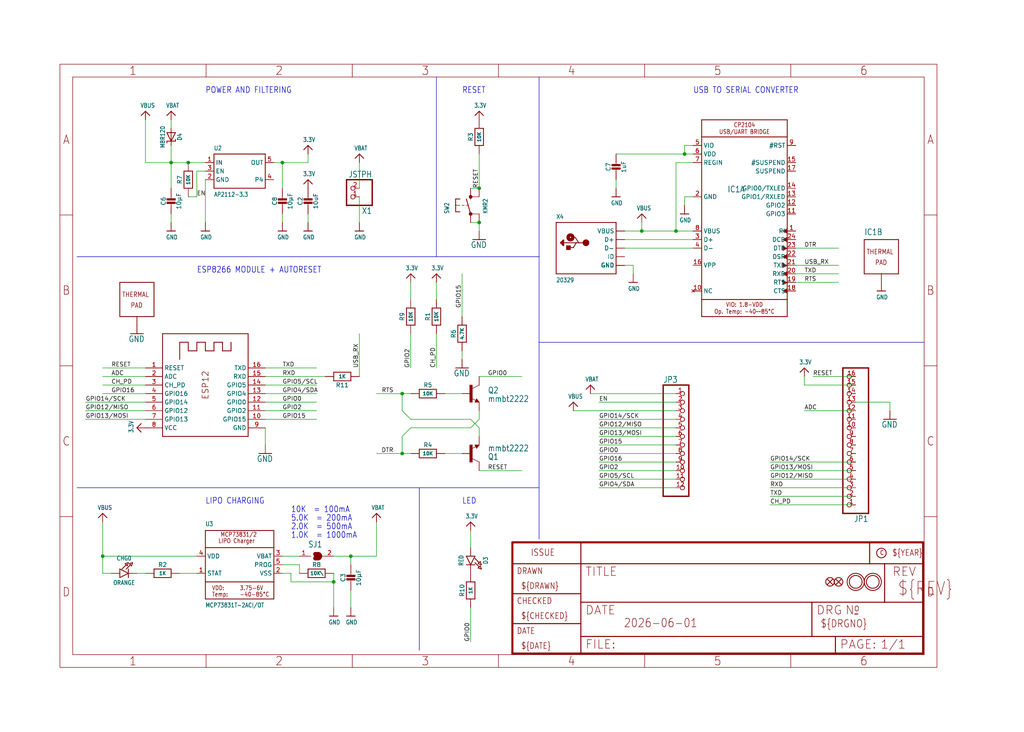
<source format=kicad_sch>
(kicad_sch (version 20230121) (generator eeschema)
  (paper "User" 303.962 217.322)
  (lib_symbols
    (symbol "working-eagle-import:3.3V" (power)
      (property "Value" "3.3V" (at -1.524 1.016 0))
      (symbol "3.3V_1_0"
        (pin power_in line (at 0 -2.54 90) (length 2.54) (name "3.3V") (number "1"))
      )
    )
    (symbol "working-eagle-import:CAP_CERAMIC0603_NO"
      (property "Reference" "C" (at -2.29 1.25 90))
      (symbol "CAP_CERAMIC0603_NO_1_0"
        (pin passive line (at 0 5.08 270) (length 2.54) (name "1") (number "1"))
        (pin passive line (at 0 -2.54 90) (length 2.54) (name "2") (number "2"))
      )
    )
    (symbol "working-eagle-import:CAP_CERAMIC0805-NOOUTLINE"
      (property "Reference" "C" (at -2.29 1.25 90))
      (symbol "CAP_CERAMIC0805-NOOUTLINE_1_0"
        (pin passive line (at 0 5.08 270) (length 2.54) (name "1") (number "1"))
        (pin passive line (at 0 -2.54 90) (length 2.54) (name "2") (number "2"))
      )
    )
    (symbol "working-eagle-import:CON_JST_PH_2PIN"
      (property "Reference" "X" (at -6.35 5.715 0))
      (symbol "CON_JST_PH_2PIN_1_0"
        (pin passive inverted (at -2.54 2.54 0) (length 2.54) (name "1") (number "1"))
        (pin passive inverted (at -2.54 0 0) (length 2.54) (name "2") (number "2"))
      )
    )
    (symbol "working-eagle-import:CP2104"
      (property "Reference" "U" (at -5.08 6.35 0))
      (symbol "CP2104_1_0"
        (text "CP2104\nUSB/UART BRIDGE" (at 0 25.4 0) (effects (font (size 1.27 1.0795))))
        (text "VIO: 1.8-VDD\nOp. Temp: -40~~85°C" (at 0 -27.94 0) (effects (font (size 1.27 1.0795))))
        (pin input line (at 15.24 -5.08 180) (length 2.54) (name "RI") (number "1"))
        (pin no_connect line (at -15.24 -22.86 0) (length 2.54) (name "NC") (number "10"))
        (pin bidirectional line (at 15.24 0 180) (length 2.54) (name "GPIO3") (number "11"))
        (pin bidirectional line (at 15.24 2.54 180) (length 2.54) (name "GPIO2") (number "12"))
        (pin bidirectional line (at 15.24 5.08 180) (length 2.54) (name "GPIO1/RXLED") (number "13"))
        (pin bidirectional line (at 15.24 7.62 180) (length 2.54) (name "GPIO0/TXLED") (number "14"))
        (pin output line (at 15.24 15.24 180) (length 2.54) (name "#SUSPEND") (number "15"))
        (pin bidirectional line (at -15.24 -15.24 0) (length 2.54) (name "VPP") (number "16"))
        (pin output line (at 15.24 12.7 180) (length 2.54) (name "SUSPEND") (number "17"))
        (pin input line (at 15.24 -22.86 180) (length 2.54) (name "CTS") (number "18"))
        (pin output line (at 15.24 -20.32 180) (length 2.54) (name "RTS") (number "19"))
        (pin power_in line (at -15.24 5.08 0) (length 2.54) (name "GND") (number "2"))
        (pin input line (at 15.24 -17.78 180) (length 2.54) (name "RXD") (number "20"))
        (pin output line (at 15.24 -15.24 180) (length 2.54) (name "TXD") (number "21"))
        (pin input line (at 15.24 -12.7 180) (length 2.54) (name "DSR") (number "22"))
        (pin output line (at 15.24 -10.16 180) (length 2.54) (name "DTR") (number "23"))
        (pin input line (at 15.24 -7.62 180) (length 2.54) (name "DCD") (number "24"))
        (pin bidirectional line (at -15.24 -7.62 0) (length 2.54) (name "D+") (number "3"))
        (pin bidirectional line (at -15.24 -10.16 0) (length 2.54) (name "D-") (number "4"))
        (pin power_in line (at -15.24 20.32 0) (length 2.54) (name "VIO") (number "5"))
        (pin power_in line (at -15.24 17.78 0) (length 2.54) (name "VDD") (number "6"))
        (pin power_in line (at -15.24 15.24 0) (length 2.54) (name "REGIN") (number "7"))
        (pin power_in line (at -15.24 -5.08 0) (length 2.54) (name "VBUS") (number "8"))
        (pin bidirectional line (at 15.24 20.32 180) (length 2.54) (name "#RST") (number "9"))
      )
      (symbol "CP2104_2_0"
        (text "PAD" (at -1.905 -2.54 0) (effects (font (size 1.4224 1.209)) (justify left bottom)))
        (text "THERMAL" (at -4.445 0.635 0) (effects (font (size 1.4224 1.209)) (justify left bottom)))
        (pin power_in line (at 0 -7.62 90) (length 2.54) (name "TP") (number "THERM"))
      )
    )
    (symbol "working-eagle-import:DIODE-SCHOTTKYSOD-123"
      (property "Reference" "D" (at 0 2.54 0))
      (symbol "DIODE-SCHOTTKYSOD-123_1_0"
        (pin passive line (at -2.54 0 0) (length 2.54) (name "A") (number "A"))
        (pin passive line (at 2.54 0 180) (length 2.54) (name "C") (number "C"))
      )
    )
    (symbol "working-eagle-import:ESP-12S"
      (symbol "ESP-12S_1_0"
        (text "ESP12" (at 0 0 900) (effects (font (size 1.778 1.778))))
        (pin input line (at -17.78 5.08 0) (length 5.08) (name "RESET") (number "1"))
        (pin bidirectional line (at 17.78 -10.16 180) (length 5.08) (name "GPIO15") (number "10"))
        (pin bidirectional line (at 17.78 -7.62 180) (length 5.08) (name "GPIO2") (number "11"))
        (pin bidirectional line (at 17.78 -5.08 180) (length 5.08) (name "GPIO0") (number "12"))
        (pin bidirectional line (at 17.78 -2.54 180) (length 5.08) (name "GPIO4") (number "13"))
        (pin bidirectional line (at 17.78 0 180) (length 5.08) (name "GPIO5") (number "14"))
        (pin input line (at 17.78 2.54 180) (length 5.08) (name "RXD") (number "15"))
        (pin output line (at 17.78 5.08 180) (length 5.08) (name "TXD") (number "16"))
        (pin passive line (at -17.78 2.54 0) (length 5.08) (name "ADC") (number "2"))
        (pin input line (at -17.78 0 0) (length 5.08) (name "CH_PD") (number "3"))
        (pin bidirectional line (at -17.78 -2.54 0) (length 5.08) (name "GPIO16") (number "4"))
        (pin bidirectional line (at -17.78 -5.08 0) (length 5.08) (name "GPIO14") (number "5"))
        (pin bidirectional line (at -17.78 -7.62 0) (length 5.08) (name "GPIO12") (number "6"))
        (pin bidirectional line (at -17.78 -10.16 0) (length 5.08) (name "GPIO13") (number "7"))
        (pin power_in line (at -17.78 -12.7 0) (length 5.08) (name "VCC") (number "8"))
        (pin power_in line (at 17.78 -12.7 180) (length 5.08) (name "GND") (number "9"))
      )
      (symbol "ESP-12S_2_0"
        (text "PAD" (at -1.905 -2.54 0) (effects (font (size 1.4224 1.209)) (justify left bottom)))
        (text "THERMAL" (at -4.445 0.635 0) (effects (font (size 1.4224 1.209)) (justify left bottom)))
        (pin power_in line (at 0 -7.62 90) (length 2.54) (name "TP") (number "P$1"))
      )
    )
    (symbol "working-eagle-import:FIDUCIAL_1MM")
    (symbol "working-eagle-import:FRAME_A4"
      (symbol "FRAME_A4_1_0"
        (text "1" (at 21.6958 1.905 0) (effects (font (size 2.54 2.286))))
        (text "1" (at 21.6958 177.165 0) (effects (font (size 2.54 2.286))))
        (text "2" (at 65.0875 1.905 0) (effects (font (size 2.54 2.286))))
        (text "2" (at 65.0875 177.165 0) (effects (font (size 2.54 2.286))))
        (text "3" (at 108.4792 1.905 0) (effects (font (size 2.54 2.286))))
        (text "3" (at 108.4792 177.165 0) (effects (font (size 2.54 2.286))))
        (text "4" (at 151.8708 1.905 0) (effects (font (size 2.54 2.286))))
        (text "4" (at 151.8708 177.165 0) (effects (font (size 2.54 2.286))))
        (text "5" (at 195.2625 1.905 0) (effects (font (size 2.54 2.286))))
        (text "5" (at 195.2625 177.165 0) (effects (font (size 2.54 2.286))))
        (text "6" (at 238.6542 1.905 0) (effects (font (size 2.54 2.286))))
        (text "6" (at 238.6542 177.165 0) (effects (font (size 2.54 2.286))))
        (text "A" (at 1.905 156.6863 0) (effects (font (size 2.54 2.286))))
        (text "A" (at 258.445 156.6863 0) (effects (font (size 2.54 2.286))))
        (text "B" (at 1.905 111.9188 0) (effects (font (size 2.54 2.286))))
        (text "B" (at 258.445 111.9188 0) (effects (font (size 2.54 2.286))))
        (text "C" (at 1.905 67.1513 0) (effects (font (size 2.54 2.286))))
        (text "C" (at 258.445 67.1513 0) (effects (font (size 2.54 2.286))))
        (text "D" (at 1.905 22.3838 0) (effects (font (size 2.54 2.286))))
        (text "D" (at 258.445 22.3838 0) (effects (font (size 2.54 2.286))))
      )
      (symbol "FRAME_A4_2_0"
        (text "${#}/${##}" (at 108.9152 2.8448 0) (effects (font (size 2.54 2.54)) (justify left bottom)))
        (text "${CHECKED}" (at 2.2352 11.7348 0) (effects (font (size 1.778 1.5113)) (justify left bottom)))
        (text "${COMPANY}" (at 23.349 29.6735 0) (effects (font (size 3.175 2.6987) (thickness 0.5397) bold) (justify left bottom)))
        (text "${CURRENT_DATE}" (at 32.7152 9.1948 0) (effects (font (size 2.54 2.159)) (justify left bottom)))
        (text "${DATE}" (at 2.2352 2.8448 0) (effects (font (size 1.778 1.5113)) (justify left bottom)))
        (text "${DRAWN}" (at 2.2352 20.6248 0) (effects (font (size 1.778 1.5113)) (justify left bottom)))
        (text "${DRGNO}" (at 91.1352 9.1948 0) (effects (font (size 2.1844 1.8567)) (justify left bottom)))
        (text "${PROJECTNAME}" (at 33.0327 2.8448 0) (effects (font (size 2.54 2.159)) (justify left bottom)))
        (text "${REV}" (at 113.9952 18.7198 0) (effects (font (size 3.81 3.2385)) (justify left bottom)))
        (text "${YEAR}" (at 112.4077 30.4673 0) (effects (font (size 1.778 1.5113)) (justify left bottom)))
        (text "C" (at 108.7564 30.7848 0) (effects (font (size 1.27 1.0795)) (justify left bottom)))
        (text "CHECKED" (at 0.9652 16.1798 0) (effects (font (size 1.778 1.5113)) (justify left bottom)))
        (text "DATE" (at 0.9652 7.2898 0) (effects (font (size 1.778 1.5113)) (justify left bottom)))
        (text "DATE" (at 21.2852 13.0048 0) (effects (font (size 2.54 2.54)) (justify left bottom)))
        (text "DRAWN" (at 0.9652 25.0698 0) (effects (font (size 1.778 1.5113)) (justify left bottom)))
        (text "DRG" (at 89.8652 13.0048 0) (effects (font (size 2.54 2.54)) (justify left bottom)))
        (text "FILE:" (at 21.2852 2.8448 0) (effects (font (size 2.54 2.54)) (justify left bottom)))
        (text "ISSUE" (at 5.0927 30.4673 0) (effects (font (size 1.9304 1.6408)) (justify left bottom)))
        (text "N" (at 98.4377 13.0048 0) (effects (font (size 2.54 2.54)) (justify left bottom)))
        (text "o" (at 100.9777 13.9573 0) (effects (font (size 2.1844 1.8567)) (justify left bottom)))
        (text "PAGE:" (at 96.8502 2.8448 0) (effects (font (size 2.54 2.54)) (justify left bottom)))
        (text "REV" (at 112.4077 24.4348 0) (effects (font (size 2.54 2.54)) (justify left bottom)))
        (text "TITLE" (at 21.2852 24.4348 0) (effects (font (size 2.54 2.54)) (justify left bottom)))
      )
    )
    (symbol "working-eagle-import:GND" (power)
      (property "Value" "GND" (at -1.524 -2.54 0))
      (symbol "GND_1_0"
        (pin power_in line (at 0 2.54 270) (length 2.54) (name "GND") (number "1"))
      )
    )
    (symbol "working-eagle-import:HEADER-1X12"
      (property "Reference" "JP" (at -6.35 18.415 0))
      (symbol "HEADER-1X12_1_0"
        (pin passive inverted (at -2.54 15.24 0) (length 2.54) (name "1") (number "1"))
        (pin passive inverted (at -2.54 -7.62 0) (length 2.54) (name "10") (number "10"))
        (pin passive inverted (at -2.54 -10.16 0) (length 2.54) (name "11") (number "11"))
        (pin passive inverted (at -2.54 -12.7 0) (length 2.54) (name "12") (number "12"))
        (pin passive inverted (at -2.54 12.7 0) (length 2.54) (name "2") (number "2"))
        (pin passive inverted (at -2.54 10.16 0) (length 2.54) (name "3") (number "3"))
        (pin passive inverted (at -2.54 7.62 0) (length 2.54) (name "4") (number "4"))
        (pin passive inverted (at -2.54 5.08 0) (length 2.54) (name "5") (number "5"))
        (pin passive inverted (at -2.54 2.54 0) (length 2.54) (name "6") (number "6"))
        (pin passive inverted (at -2.54 0 0) (length 2.54) (name "7") (number "7"))
        (pin passive inverted (at -2.54 -2.54 0) (length 2.54) (name "8") (number "8"))
        (pin passive inverted (at -2.54 -5.08 0) (length 2.54) (name "9") (number "9"))
      )
    )
    (symbol "working-eagle-import:HEADER-1X16ROUND"
      (property "Reference" "JP" (at -6.35 20.955 0))
      (symbol "HEADER-1X16ROUND_1_0"
        (pin passive inverted (at -2.54 17.78 0) (length 2.54) (name "1") (number "1"))
        (pin passive inverted (at -2.54 -5.08 0) (length 2.54) (name "10") (number "10"))
        (pin passive inverted (at -2.54 -7.62 0) (length 2.54) (name "11") (number "11"))
        (pin passive inverted (at -2.54 -10.16 0) (length 2.54) (name "12") (number "12"))
        (pin passive inverted (at -2.54 -12.7 0) (length 2.54) (name "13") (number "13"))
        (pin passive inverted (at -2.54 -15.24 0) (length 2.54) (name "14") (number "14"))
        (pin passive inverted (at -2.54 -17.78 0) (length 2.54) (name "15") (number "15"))
        (pin passive inverted (at -2.54 -20.32 0) (length 2.54) (name "16") (number "16"))
        (pin passive inverted (at -2.54 15.24 0) (length 2.54) (name "2") (number "2"))
        (pin passive inverted (at -2.54 12.7 0) (length 2.54) (name "3") (number "3"))
        (pin passive inverted (at -2.54 10.16 0) (length 2.54) (name "4") (number "4"))
        (pin passive inverted (at -2.54 7.62 0) (length 2.54) (name "5") (number "5"))
        (pin passive inverted (at -2.54 5.08 0) (length 2.54) (name "6") (number "6"))
        (pin passive inverted (at -2.54 2.54 0) (length 2.54) (name "7") (number "7"))
        (pin passive inverted (at -2.54 0 0) (length 2.54) (name "8") (number "8"))
        (pin passive inverted (at -2.54 -2.54 0) (length 2.54) (name "9") (number "9"))
      )
    )
    (symbol "working-eagle-import:LED0805_NOOUTLINE"
      (property "Reference" "D" (at -1.27 4.445 0))
      (symbol "LED0805_NOOUTLINE_1_0"
        (pin passive line (at -5.08 0 0) (length 2.54) (name "A") (number "A"))
        (pin passive line (at 2.54 0 180) (length 2.54) (name "C") (number "C"))
      )
    )
    (symbol "working-eagle-import:MCP73831/2"
      (property "Reference" "U" (at -10.16 11.43 0))
      (symbol "MCP73831/2_1_0"
        (text "-40-85°C" (at 0 -9.525 0) (effects (font (size 1.27 1.0795)) (justify left bottom)))
        (text "3.75-6V" (at 0 -7.62 0) (effects (font (size 1.27 1.0795)) (justify left bottom)))
        (text "LIPO Charger" (at -6.35 6.35 0) (effects (font (size 1.27 1.0795)) (justify left bottom)))
        (text "MCP73831/2" (at -5.715 8.255 0) (effects (font (size 1.27 1.0795)) (justify left bottom)))
        (text "Temp:" (at -8.255 -9.525 0) (effects (font (size 1.27 1.0795)) (justify left bottom)))
        (text "VDD:" (at -8.255 -7.62 0) (effects (font (size 1.27 1.0795)) (justify left bottom)))
        (pin output line (at -12.7 -2.54 0) (length 2.54) (name "STAT") (number "1"))
        (pin power_in line (at 12.7 -2.54 180) (length 2.54) (name "VSS") (number "2"))
        (pin power_in line (at 12.7 2.54 180) (length 2.54) (name "VBAT") (number "3"))
        (pin power_in line (at -12.7 2.54 0) (length 2.54) (name "VDD") (number "4"))
        (pin input line (at 12.7 0 180) (length 2.54) (name "PROG") (number "5"))
      )
    )
    (symbol "working-eagle-import:MOUNTINGHOLE2.5")
    (symbol "working-eagle-import:RESISTOR_0603MP"
      (property "Reference" "R" (at 0 2.54 0))
      (symbol "RESISTOR_0603MP_1_0"
        (pin passive line (at -5.08 0 0) (length 2.54) (name "1") (number "1"))
        (pin passive line (at 5.08 0 180) (length 2.54) (name "2") (number "2"))
      )
    )
    (symbol "working-eagle-import:RESISTOR_0603_NOOUT"
      (property "Reference" "R" (at 0 2.54 0))
      (symbol "RESISTOR_0603_NOOUT_1_0"
        (pin passive line (at -5.08 0 0) (length 2.54) (name "1") (number "1"))
        (pin passive line (at 5.08 0 180) (length 2.54) (name "2") (number "2"))
      )
    )
    (symbol "working-eagle-import:SOLDERJUMPER_CLOSED"
      (property "Reference" "SJ" (at -2.54 2.54 0))
      (symbol "SOLDERJUMPER_CLOSED_1_0"
        (pin passive line (at -5.08 0 0) (length 2.54) (name "1") (number "1"))
        (pin passive line (at 5.08 0 180) (length 2.54) (name "2") (number "2"))
      )
    )
    (symbol "working-eagle-import:SWITCH_TACT_SMT4.6X2.8"
      (property "Reference" "SW" (at -2.54 6.35 0))
      (symbol "SWITCH_TACT_SMT4.6X2.8_1_0"
        (pin passive line (at -5.08 0 0) (length 2.54) (name "P") (number "A"))
        (pin passive line (at -5.08 -2.54 0) (length 2.54) (name "P1") (number "A'"))
        (pin passive line (at 5.08 0 180) (length 2.54) (name "S") (number "B"))
        (pin passive line (at 5.08 -2.54 180) (length 2.54) (name "S1") (number "B'"))
      )
    )
    (symbol "working-eagle-import:TRANSISTOR_NPNSOT23-3"
      (property "Reference" "Q" (at 5.08 0 0))
      (symbol "TRANSISTOR_NPNSOT23-3_1_0"
        (pin passive line (at -2.54 0 0) (length 2.54) (name "B") (number "1"))
        (pin passive line (at 2.54 -5.08 90) (length 2.54) (name "E") (number "2"))
        (pin passive line (at 2.54 5.08 270) (length 2.54) (name "C") (number "3"))
      )
    )
    (symbol "working-eagle-import:USB_MICRO_20329_V2"
      (property "Reference" "X" (at -10.16 8.636 0))
      (symbol "USB_MICRO_20329_V2_1_0"
        (pin power_in line (at 10.16 -5.08 180) (length 2.54) (name "GND") (number "BASE@1"))
        (pin power_in line (at 10.16 -5.08 180) (length 2.54) (name "GND") (number "BASE@2"))
        (pin bidirectional line (at 10.16 2.54 180) (length 2.54) (name "D+") (number "D+"))
        (pin bidirectional line (at 10.16 0 180) (length 2.54) (name "D-") (number "D-"))
        (pin power_in line (at 10.16 -5.08 180) (length 2.54) (name "GND") (number "GND"))
        (pin bidirectional line (at 10.16 -2.54 180) (length 2.54) (name "ID") (number "ID"))
        (pin power_in line (at 10.16 -5.08 180) (length 2.54) (name "GND") (number "SPRT@1"))
        (pin power_in line (at 10.16 -5.08 180) (length 2.54) (name "GND") (number "SPRT@2"))
        (pin power_in line (at 10.16 -5.08 180) (length 2.54) (name "GND") (number "SPRT@3"))
        (pin power_in line (at 10.16 -5.08 180) (length 2.54) (name "GND") (number "SPRT@4"))
        (pin power_in line (at 10.16 5.08 180) (length 2.54) (name "VBUS") (number "VBUS"))
      )
    )
    (symbol "working-eagle-import:VBAT" (power)
      (property "Value" "VBAT" (at -1.524 1.016 0))
      (symbol "VBAT_1_0"
        (pin power_in line (at 0 -2.54 90) (length 2.54) (name "VBAT") (number "1"))
      )
    )
    (symbol "working-eagle-import:VBUS" (power)
      (property "Value" "VBUS" (at -1.524 1.016 0))
      (symbol "VBUS_1_0"
        (pin power_in line (at 0 -2.54 90) (length 2.54) (name "VBUS") (number "1"))
      )
    )
    (symbol "working-eagle-import:VREG_SOT23-5"
      (property "Reference" "U" (at -7.62 6.096 0))
      (symbol "VREG_SOT23-5_1_0"
        (pin power_in line (at -10.16 2.54 0) (length 2.54) (name "IN") (number "1"))
        (pin power_in line (at -10.16 -2.54 0) (length 2.54) (name "GND") (number "2"))
        (pin input line (at -10.16 0 0) (length 2.54) (name "EN") (number "3"))
        (pin bidirectional line (at 10.16 -2.54 180) (length 2.54) (name "P4") (number "4"))
        (pin power_in line (at 10.16 2.54 180) (length 2.54) (name "OUT") (number "5"))
      )
    )
    (symbol "working-eagle-import:supply1_GND" (power)
      (property "Value" "supply1_GND" (at -2.54 -2.54 0))
      (symbol "supply1_GND_1_0"
        (pin power_in line (at 0 2.54 270) (length 2.54) (name "GND") (number "1"))
      )
    )
  )
  (junction (at 50.8 48.26))
  (junction (at 203.2 45.72))
  (junction (at 190.5 68.58))
  (junction (at 200.66 68.58))
  (junction (at 55.88 48.26))
  (junction (at 119.38 116.84))
  (junction (at 30.48 165.1))
  (junction (at 99.06 172.72))
  (junction (at 104.14 165.1))
  (junction (at 142.24 66.04))
  (junction (at 119.38 134.62))
  (junction (at 142.24 55.88))
  (junction (at 83.82 48.26))
  (wire (pts (xy 142.24 127) (xy 139.7 124.46)) (stroke (width 0.1524)))
  (wire (pts (xy 104.14 165.1) (xy 99.06 165.1)) (stroke (width 0.1524)))
  (wire (pts (xy 264.16 119.38) (xy 264.16 121.92)) (stroke (width 0.1524)))
  (wire (pts (xy 83.82 167.64) (xy 88.9 167.64)) (stroke (width 0.1524)))
  (wire (pts (xy 132.08 116.84) (xy 137.16 116.84)) (stroke (width 0.1524)))
  (wire (pts (xy 96.52 111.76) (xy 78.74 111.76)) (stroke (width 0.1524)))
  (wire (pts (xy 106.68 48.26) (xy 106.68 55.88)) (stroke (width 0.1524)))
  (wire (pts (xy 254 139.7) (xy 228.6 139.7)) (stroke (width 0.1524)))
  (wire (pts (xy 43.18 121.92) (xy 25.4 121.92)) (stroke (width 0.1524)))
  (wire (pts (xy 78.74 109.22) (xy 93.98 109.22)) (stroke (width 0.1524)))
  (wire (pts (xy 142.24 45.72) (xy 142.24 55.88)) (stroke (width 0.1524)))
  (wire (pts (xy 129.54 88.9) (xy 129.54 83.82)) (stroke (width 0.1524)))
  (wire (pts (xy 205.74 48.26) (xy 200.66 48.26)) (stroke (width 0.1524)))
  (wire (pts (xy 142.24 129.54) (xy 142.24 127)) (stroke (width 0.1524)))
  (wire (pts (xy 200.66 134.62) (xy 177.8 134.62)) (stroke (width 0.1524)))
  (polyline (pts (xy 129.54 76.2) (xy 129.54 22.86)) (stroke (width 0.1524) (type solid)))
  (wire (pts (xy 78.74 124.46) (xy 93.98 124.46)) (stroke (width 0.1524)))
  (wire (pts (xy 119.38 121.92) (xy 119.38 116.84)) (stroke (width 0.1524)))
  (wire (pts (xy 78.74 127) (xy 78.74 132.08)) (stroke (width 0.1524)))
  (wire (pts (xy 104.14 167.64) (xy 104.14 165.1)) (stroke (width 0.1524)))
  (wire (pts (xy 93.98 121.92) (xy 78.74 121.92)) (stroke (width 0.1524)))
  (wire (pts (xy 200.66 48.26) (xy 200.66 68.58)) (stroke (width 0.1524)))
  (wire (pts (xy 119.38 134.62) (xy 121.92 134.62)) (stroke (width 0.1524)))
  (polyline (pts (xy 160.02 76.2) (xy 160.02 22.86)) (stroke (width 0.1524) (type solid)))
  (polyline (pts (xy 160.02 144.78) (xy 124.46 144.78)) (stroke (width 0.1524) (type solid)))
  (wire (pts (xy 83.82 55.88) (xy 83.82 48.26)) (stroke (width 0.1524)))
  (wire (pts (xy 248.92 83.82) (xy 236.22 83.82)) (stroke (width 0.1524)))
  (wire (pts (xy 121.92 99.06) (xy 121.92 109.22)) (stroke (width 0.1524)))
  (wire (pts (xy 139.7 162.56) (xy 139.7 157.48)) (stroke (width 0.1524)))
  (wire (pts (xy 142.24 55.88) (xy 139.7 55.88)) (stroke (width 0.1524)))
  (wire (pts (xy 43.18 116.84) (xy 30.48 116.84)) (stroke (width 0.1524)))
  (wire (pts (xy 139.7 66.04) (xy 142.24 66.04)) (stroke (width 0.1524)))
  (wire (pts (xy 190.5 68.58) (xy 200.66 68.58)) (stroke (width 0.1524)))
  (wire (pts (xy 83.82 48.26) (xy 91.44 48.26)) (stroke (width 0.1524)))
  (polyline (pts (xy 124.46 144.78) (xy 22.86 144.78)) (stroke (width 0.1524) (type solid)))
  (wire (pts (xy 50.8 63.5) (xy 50.8 66.04)) (stroke (width 0.1524)))
  (wire (pts (xy 88.9 165.1) (xy 83.82 165.1)) (stroke (width 0.1524)))
  (wire (pts (xy 137.16 134.62) (xy 132.08 134.62)) (stroke (width 0.1524)))
  (wire (pts (xy 203.2 45.72) (xy 182.88 45.72)) (stroke (width 0.1524)))
  (wire (pts (xy 185.42 73.66) (xy 205.74 73.66)) (stroke (width 0.1524)))
  (wire (pts (xy 137.16 106.68) (xy 137.16 104.14)) (stroke (width 0.1524)))
  (wire (pts (xy 91.44 48.26) (xy 91.44 45.72)) (stroke (width 0.1524)))
  (wire (pts (xy 248.92 81.28) (xy 236.22 81.28)) (stroke (width 0.1524)))
  (wire (pts (xy 43.18 48.26) (xy 50.8 48.26)) (stroke (width 0.1524)))
  (wire (pts (xy 228.6 142.24) (xy 254 142.24)) (stroke (width 0.1524)))
  (wire (pts (xy 60.96 48.26) (xy 55.88 48.26)) (stroke (width 0.1524)))
  (wire (pts (xy 205.74 58.42) (xy 203.2 58.42)) (stroke (width 0.1524)))
  (wire (pts (xy 121.92 124.46) (xy 119.38 121.92)) (stroke (width 0.1524)))
  (wire (pts (xy 86.36 172.72) (xy 99.06 172.72)) (stroke (width 0.1524)))
  (wire (pts (xy 55.88 58.42) (xy 58.42 58.42)) (stroke (width 0.1524)))
  (wire (pts (xy 53.34 170.18) (xy 58.42 170.18)) (stroke (width 0.1524)))
  (wire (pts (xy 238.76 114.3) (xy 254 114.3)) (stroke (width 0.1524)))
  (wire (pts (xy 200.66 142.24) (xy 177.8 142.24)) (stroke (width 0.1524)))
  (wire (pts (xy 254 137.16) (xy 228.6 137.16)) (stroke (width 0.1524)))
  (polyline (pts (xy 274.32 101.6) (xy 160.02 101.6)) (stroke (width 0.1524) (type solid)))
  (wire (pts (xy 139.7 124.46) (xy 121.92 124.46)) (stroke (width 0.1524)))
  (wire (pts (xy 111.76 154.94) (xy 111.76 165.1)) (stroke (width 0.1524)))
  (wire (pts (xy 86.36 170.18) (xy 86.36 172.72)) (stroke (width 0.1524)))
  (wire (pts (xy 91.44 63.5) (xy 91.44 66.04)) (stroke (width 0.1524)))
  (wire (pts (xy 88.9 167.64) (xy 88.9 170.18)) (stroke (width 0.1524)))
  (wire (pts (xy 33.02 170.18) (xy 30.48 170.18)) (stroke (width 0.1524)))
  (wire (pts (xy 121.92 88.9) (xy 121.92 83.82)) (stroke (width 0.1524)))
  (wire (pts (xy 200.66 129.54) (xy 177.8 129.54)) (stroke (width 0.1524)))
  (wire (pts (xy 58.42 50.8) (xy 60.96 50.8)) (stroke (width 0.1524)))
  (wire (pts (xy 142.24 66.04) (xy 142.24 68.58)) (stroke (width 0.1524)))
  (wire (pts (xy 111.76 116.84) (xy 119.38 116.84)) (stroke (width 0.1524)))
  (wire (pts (xy 30.48 154.94) (xy 30.48 165.1)) (stroke (width 0.1524)))
  (wire (pts (xy 203.2 43.18) (xy 203.2 45.72)) (stroke (width 0.1524)))
  (wire (pts (xy 50.8 38.1) (xy 50.8 35.56)) (stroke (width 0.1524)))
  (wire (pts (xy 43.18 35.56) (xy 43.18 48.26)) (stroke (width 0.1524)))
  (wire (pts (xy 254 119.38) (xy 264.16 119.38)) (stroke (width 0.1524)))
  (wire (pts (xy 106.68 66.04) (xy 106.68 58.42)) (stroke (width 0.1524)))
  (polyline (pts (xy 22.86 76.2) (xy 129.54 76.2)) (stroke (width 0.1524) (type solid)))
  (wire (pts (xy 58.42 58.42) (xy 58.42 50.8)) (stroke (width 0.1524)))
  (wire (pts (xy 228.6 147.32) (xy 254 147.32)) (stroke (width 0.1524)))
  (wire (pts (xy 139.7 127) (xy 121.92 127)) (stroke (width 0.1524)))
  (wire (pts (xy 205.74 43.18) (xy 203.2 43.18)) (stroke (width 0.1524)))
  (wire (pts (xy 50.8 48.26) (xy 50.8 55.88)) (stroke (width 0.1524)))
  (wire (pts (xy 137.16 93.98) (xy 137.16 81.28)) (stroke (width 0.1524)))
  (wire (pts (xy 78.74 116.84) (xy 93.98 116.84)) (stroke (width 0.1524)))
  (wire (pts (xy 30.48 170.18) (xy 30.48 165.1)) (stroke (width 0.1524)))
  (wire (pts (xy 203.2 58.42) (xy 203.2 60.96)) (stroke (width 0.1524)))
  (wire (pts (xy 190.5 68.58) (xy 190.5 66.04)) (stroke (width 0.1524)))
  (wire (pts (xy 205.74 45.72) (xy 203.2 45.72)) (stroke (width 0.1524)))
  (wire (pts (xy 182.88 53.34) (xy 182.88 55.88)) (stroke (width 0.1524)))
  (wire (pts (xy 177.8 132.08) (xy 200.66 132.08)) (stroke (width 0.1524)))
  (wire (pts (xy 175.26 116.84) (xy 200.66 116.84)) (stroke (width 0.1524)))
  (wire (pts (xy 254 149.86) (xy 228.6 149.86)) (stroke (width 0.1524)))
  (wire (pts (xy 236.22 73.66) (xy 248.92 73.66)) (stroke (width 0.1524)))
  (wire (pts (xy 185.42 71.12) (xy 205.74 71.12)) (stroke (width 0.1524)))
  (wire (pts (xy 142.24 121.92) (xy 142.24 124.46)) (stroke (width 0.1524)))
  (polyline (pts (xy 160.02 144.78) (xy 160.02 101.6)) (stroke (width 0.1524) (type solid)))
  (polyline (pts (xy 124.46 144.78) (xy 124.46 193.04)) (stroke (width 0.1524) (type solid)))
  (wire (pts (xy 121.92 127) (xy 119.38 129.54)) (stroke (width 0.1524)))
  (wire (pts (xy 99.06 170.18) (xy 99.06 172.72)) (stroke (width 0.1524)))
  (wire (pts (xy 187.96 78.74) (xy 187.96 81.28)) (stroke (width 0.1524)))
  (wire (pts (xy 185.42 78.74) (xy 187.96 78.74)) (stroke (width 0.1524)))
  (wire (pts (xy 119.38 134.62) (xy 111.76 134.62)) (stroke (width 0.1524)))
  (wire (pts (xy 142.24 124.46) (xy 139.7 127)) (stroke (width 0.1524)))
  (wire (pts (xy 142.24 111.76) (xy 154.94 111.76)) (stroke (width 0.1524)))
  (wire (pts (xy 30.48 114.3) (xy 43.18 114.3)) (stroke (width 0.1524)))
  (wire (pts (xy 129.54 99.06) (xy 129.54 109.22)) (stroke (width 0.1524)))
  (wire (pts (xy 106.68 111.76) (xy 106.68 99.06)) (stroke (width 0.1524)))
  (wire (pts (xy 43.18 109.22) (xy 30.48 109.22)) (stroke (width 0.1524)))
  (wire (pts (xy 139.7 180.34) (xy 139.7 190.5)) (stroke (width 0.1524)))
  (wire (pts (xy 119.38 116.84) (xy 121.92 116.84)) (stroke (width 0.1524)))
  (wire (pts (xy 254 121.92) (xy 238.76 121.92)) (stroke (width 0.1524)))
  (wire (pts (xy 60.96 53.34) (xy 60.96 66.04)) (stroke (width 0.1524)))
  (wire (pts (xy 177.8 144.78) (xy 200.66 144.78)) (stroke (width 0.1524)))
  (wire (pts (xy 43.18 111.76) (xy 30.48 111.76)) (stroke (width 0.1524)))
  (wire (pts (xy 200.66 121.92) (xy 170.18 121.92)) (stroke (width 0.1524)))
  (wire (pts (xy 238.76 111.76) (xy 238.76 114.3)) (stroke (width 0.1524)))
  (wire (pts (xy 119.38 129.54) (xy 119.38 134.62)) (stroke (width 0.1524)))
  (wire (pts (xy 104.14 165.1) (xy 111.76 165.1)) (stroke (width 0.1524)))
  (wire (pts (xy 200.66 68.58) (xy 205.74 68.58)) (stroke (width 0.1524)))
  (wire (pts (xy 93.98 114.3) (xy 78.74 114.3)) (stroke (width 0.1524)))
  (wire (pts (xy 30.48 165.1) (xy 58.42 165.1)) (stroke (width 0.1524)))
  (wire (pts (xy 177.8 119.38) (xy 200.66 119.38)) (stroke (width 0.1524)))
  (wire (pts (xy 177.8 139.7) (xy 200.66 139.7)) (stroke (width 0.1524)))
  (wire (pts (xy 177.8 137.16) (xy 200.66 137.16)) (stroke (width 0.1524)))
  (wire (pts (xy 83.82 63.5) (xy 83.82 66.04)) (stroke (width 0.1524)))
  (wire (pts (xy 25.4 124.46) (xy 43.18 124.46)) (stroke (width 0.1524)))
  (wire (pts (xy 104.14 175.26) (xy 104.14 180.34)) (stroke (width 0.1524)))
  (wire (pts (xy 254 111.76) (xy 241.3 111.76)) (stroke (width 0.1524)))
  (wire (pts (xy 185.42 68.58) (xy 190.5 68.58)) (stroke (width 0.1524)))
  (wire (pts (xy 25.4 119.38) (xy 43.18 119.38)) (stroke (width 0.1524)))
  (wire (pts (xy 177.8 127) (xy 200.66 127)) (stroke (width 0.1524)))
  (polyline (pts (xy 160.02 76.2) (xy 129.54 76.2)) (stroke (width 0.1524) (type solid)))
  (wire (pts (xy 154.94 139.7) (xy 142.24 139.7)) (stroke (width 0.1524)))
  (wire (pts (xy 81.28 48.26) (xy 83.82 48.26)) (stroke (width 0.1524)))
  (wire (pts (xy 99.06 172.72) (xy 99.06 180.34)) (stroke (width 0.1524)))
  (wire (pts (xy 40.64 170.18) (xy 43.18 170.18)) (stroke (width 0.1524)))
  (wire (pts (xy 83.82 170.18) (xy 86.36 170.18)) (stroke (width 0.1524)))
  (polyline (pts (xy 160.02 160.02) (xy 160.02 144.78)) (stroke (width 0.1524) (type solid)))
  (wire (pts (xy 254 144.78) (xy 228.6 144.78)) (stroke (width 0.1524)))
  (wire (pts (xy 78.74 119.38) (xy 93.98 119.38)) (stroke (width 0.1524)))
  (wire (pts (xy 50.8 43.18) (xy 50.8 48.26)) (stroke (width 0.1524)))
  (wire (pts (xy 236.22 78.74) (xy 248.92 78.74)) (stroke (width 0.1524)))
  (wire (pts (xy 55.88 48.26) (xy 50.8 48.26)) (stroke (width 0.1524)))
  (wire (pts (xy 200.66 124.46) (xy 177.8 124.46)) (stroke (width 0.1524)))
  (polyline (pts (xy 160.02 101.6) (xy 160.02 76.2)) (stroke (width 0.1524) (type solid)))
  (text "POWER AND FILTERING" (at 60.96 27.94 0) (effects (font (size 1.778 1.5113)) (justify left bottom)))
  (text "10K  = 100mA" (at 86.36 152.4 0) (effects (font (size 1.778 1.5113)) (justify left bottom)))
  (text "1.0K  = 1000mA" (at 86.36 160.02 0) (effects (font (size 1.778 1.5113)) (justify left bottom)))
  (text "5.0K  = 200mA" (at 86.36 154.94 0) (effects (font (size 1.778 1.5113)) (justify left bottom)))
  (text "2.0K  = 500mA" (at 86.36 157.48 0) (effects (font (size 1.778 1.5113)) (justify left bottom)))
  (text "USB TO SERIAL CONVERTER" (at 205.74 27.94 0) (effects (font (size 1.778 1.5113)) (justify left bottom)))
  (text "ESP8266 MODULE + AUTORESET" (at 58.42 81.28 0) (effects (font (size 1.778 1.5113)) (justify left bottom)))
  (text "RESET" (at 137.16 27.94 0) (effects (font (size 1.778 1.5113)) (justify left bottom)))
  (text "LIPO CHARGING" (at 60.96 149.86 0) (effects (font (size 1.778 1.5113)) (justify left bottom)))
  (text "LED" (at 137.16 149.86 0) (effects (font (size 1.778 1.5113)) (justify left bottom)))
  (label "EN" (at 177.8 119.38 0) (effects (font (size 1.2446 1.2446))))
  (label "GPIO2" (at 177.8 139.7 0) (effects (font (size 1.2446 1.2446))))
  (label "RTS" (at 238.76 83.82 0) (effects (font (size 1.2446 1.2446))))
  (label "GPIO0" (at 139.7 190.5 90) (effects (font (size 1.2446 1.2446))))
  (label "DTR" (at 116.84 134.62 180) (effects (font (size 1.2446 1.2446))))
  (label "GPIO14/SCK" (at 25.4 119.38 0) (effects (font (size 1.2446 1.2446))))
  (label "GPIO12/MISO" (at 25.4 121.92 0) (effects (font (size 1.2446 1.2446))))
  (label "GPIO13/MOSI" (at 25.4 124.46 0) (effects (font (size 1.2446 1.2446))))
  (label "RESET" (at 241.3 111.76 0) (effects (font (size 1.2446 1.2446))))
  (label "GPIO2" (at 121.92 109.22 90) (effects (font (size 1.2446 1.2446))))
  (label "USB_RX" (at 106.68 109.22 90) (effects (font (size 1.2446 1.2446))))
  (label "RESET" (at 142.24 55.88 90) (effects (font (size 1.2446 1.2446))))
  (label "GPIO14/SCK" (at 177.8 124.46 0) (effects (font (size 1.2446 1.2446))))
  (label "GPIO14/SCK" (at 228.6 137.16 0) (effects (font (size 1.2446 1.2446))))
  (label "GPIO15" (at 177.8 132.08 0) (effects (font (size 1.2446 1.2446))))
  (label "ADC" (at 33.02 111.76 0) (effects (font (size 1.2446 1.2446))))
  (label "GPIO0" (at 83.82 119.38 0) (effects (font (size 1.2446 1.2446))))
  (label "GPIO13/MOSI" (at 228.6 139.7 0) (effects (font (size 1.2446 1.2446))))
  (label "RXD" (at 228.6 144.78 0) (effects (font (size 1.2446 1.2446))))
  (label "RTS" (at 116.84 116.84 180) (effects (font (size 1.2446 1.2446))))
  (label "GPIO16" (at 177.8 137.16 0) (effects (font (size 1.2446 1.2446))))
  (label "RESET" (at 144.78 139.7 0) (effects (font (size 1.2446 1.2446))))
  (label "RXD" (at 83.82 111.76 0) (effects (font (size 1.2446 1.2446))))
  (label "CH_PD" (at 33.02 114.3 0) (effects (font (size 1.2446 1.2446))))
  (label "GPIO0" (at 144.78 111.76 0) (effects (font (size 1.2446 1.2446))))
  (label "TXD" (at 83.82 109.22 0) (effects (font (size 1.2446 1.2446))))
  (label "GPIO15" (at 83.82 124.46 0) (effects (font (size 1.2446 1.2446))))
  (label "GPIO12/MISO" (at 177.8 127 0) (effects (font (size 1.2446 1.2446))))
  (label "GPIO13/MOSI" (at 177.8 129.54 0) (effects (font (size 1.2446 1.2446))))
  (label "TXD" (at 228.6 147.32 0) (effects (font (size 1.2446 1.2446))))
  (label "GPIO12/MISO" (at 228.6 142.24 0) (effects (font (size 1.2446 1.2446))))
  (label "GPIO0" (at 177.8 134.62 0) (effects (font (size 1.2446 1.2446))))
  (label "RESET" (at 33.02 109.22 0) (effects (font (size 1.2446 1.2446))))
  (label "USB_RX" (at 238.76 78.74 0) (effects (font (size 1.2446 1.2446))))
  (label "GPIO4/SDA" (at 83.82 116.84 0) (effects (font (size 1.2446 1.2446))))
  (label "GPIO4/SDA" (at 177.8 144.78 0) (effects (font (size 1.2446 1.2446))))
  (label "ADC" (at 238.76 121.92 0) (effects (font (size 1.2446 1.2446))))
  (label "GPIO15" (at 137.16 91.44 90) (effects (font (size 1.2446 1.2446))))
  (label "GPIO5/SCL" (at 177.8 142.24 0) (effects (font (size 1.2446 1.2446))))
  (label "DTR" (at 238.76 73.66 0) (effects (font (size 1.2446 1.2446))))
  (label "GPIO2" (at 83.82 121.92 0) (effects (font (size 1.2446 1.2446))))
  (label "GPIO5/SCL" (at 83.82 114.3 0) (effects (font (size 1.2446 1.2446))))
  (label "EN" (at 58.42 58.42 0) (effects (font (size 1.2446 1.2446))))
  (label "CH_PD" (at 228.6 149.86 0) (effects (font (size 1.2446 1.2446))))
  (label "CH_PD" (at 129.54 109.22 90) (effects (font (size 1.2446 1.2446))))
  (label "GPIO16" (at 33.02 116.84 0) (effects (font (size 1.2446 1.2446))))
  (label "TXD" (at 238.76 81.28 0) (effects (font (size 1.2446 1.2446))))
  (symbol (lib_id "working-eagle-import:3.3V") (at 121.92 81.28 0) (unit 1)
    (property "Reference" "#U$8" (effects hide))
    (property "Value" "3.3V" (at 120.396 80.264 0) (effects (font (size 1.27 1.0795)) (justify left bottom)))
  )
  (symbol (lib_id "working-eagle-import:3.3V") (at 238.76 109.22 0) (unit 1)
    (property "Reference" "#U$6" (effects hide))
    (property "Value" "3.3V" (at 237.236 108.204 0) (effects (font (size 1.27 1.0795)) (justify left bottom)))
  )
  (symbol (lib_id "working-eagle-import:RESISTOR_0603MP") (at 101.6 111.76 180) (unit 1)
    (property "Reference" "R11" (at 101.6 114.3 0))
    (property "Value" "1K" (at 101.6 111.76 0) (effects (font (size 1.016 1.016) bold)))
    (property "Footprint" "working:_0603MP" (effects hide))
  )
  (symbol (lib_id "working-eagle-import:3.3V") (at 91.44 43.18 0) (unit 1)
    (property "Reference" "#U$10" (effects hide))
    (property "Value" "3.3V" (at 89.916 42.164 0) (effects (font (size 1.27 1.0795)) (justify left bottom)))
  )
  (symbol (lib_id "working-eagle-import:CAP_CERAMIC0805-NOOUTLINE") (at 104.14 172.72 0) (unit 1)
    (property "Reference" "C3" (at 101.85 171.47 90))
    (property "Value" "10µF" (at 106.44 171.47 90))
    (property "Footprint" "working:0805-NO" (effects hide))
  )
  (symbol (lib_id "working-eagle-import:GND") (at 203.2 63.5 0) (unit 1)
    (property "Reference" "#U$12" (effects hide))
    (property "Value" "GND" (at 201.676 66.04 0) (effects (font (size 1.27 1.0795)) (justify left bottom)))
  )
  (symbol (lib_id "working-eagle-import:ESP-12S") (at 60.96 114.3 0) (unit 1)
    (property "Reference" "X2" (effects hide))
    (property "Value" "ESP-12S" (effects hide))
    (property "Footprint" "working:ESP-12S" (effects hide))
  )
  (symbol (lib_id "working-eagle-import:CP2104") (at 261.62 76.2 0) (unit 2)
    (property "Reference" "IC1" (at 256.54 69.85 0) (effects (font (size 1.778 1.5113)) (justify left bottom)))
    (property "Value" "CP2104" (effects hide))
    (property "Footprint" "working:QFN24_4MM_SMSC" (effects hide))
  )
  (symbol (lib_id "working-eagle-import:GND") (at 50.8 68.58 0) (unit 1)
    (property "Reference" "#U$27" (effects hide))
    (property "Value" "GND" (at 49.276 71.12 0) (effects (font (size 1.27 1.0795)) (justify left bottom)))
  )
  (symbol (lib_id "working-eagle-import:GND") (at 106.68 68.58 0) (unit 1)
    (property "Reference" "#U$22" (effects hide))
    (property "Value" "GND" (at 105.156 71.12 0) (effects (font (size 1.27 1.0795)) (justify left bottom)))
  )
  (symbol (lib_id "working-eagle-import:RESISTOR_0603_NOOUT") (at 142.24 40.64 90) (unit 1)
    (property "Reference" "R3" (at 139.7 40.64 0))
    (property "Value" "10K" (at 142.24 40.64 0) (effects (font (size 1.016 1.016) bold)))
    (property "Footprint" "working:0603-NO" (effects hide))
  )
  (symbol (lib_id "working-eagle-import:3.3V") (at 142.24 33.02 0) (unit 1)
    (property "Reference" "#U$5" (effects hide))
    (property "Value" "3.3V" (at 140.716 32.004 0) (effects (font (size 1.27 1.0795)) (justify left bottom)))
  )
  (symbol (lib_id "working-eagle-import:FIDUCIAL_1MM") (at 246.38 172.72 0) (unit 1)
    (property "Reference" "U$35" (effects hide))
    (property "Value" "FIDUCIAL_1MM" (effects hide))
    (property "Footprint" "working:FIDUCIAL_1MM" (effects hide))
  )
  (symbol (lib_id "working-eagle-import:USB_MICRO_20329_V2") (at 175.26 73.66 0) (unit 1)
    (property "Reference" "X4" (at 165.1 65.024 0) (effects (font (size 1.27 1.0795)) (justify left bottom)))
    (property "Value" "20329" (at 165.1 83.82 0) (effects (font (size 1.27 1.0795)) (justify left bottom)))
    (property "Footprint" "working:4UCONN_20329_V2" (effects hide))
  )
  (symbol (lib_id "working-eagle-import:MCP73831/2") (at 71.12 167.64 0) (unit 1)
    (property "Reference" "U3" (at 60.96 156.21 0) (effects (font (size 1.27 1.0795)) (justify left bottom)))
    (property "Value" "MCP73831T-2ACI/OT" (at 60.96 180.34 0) (effects (font (size 1.27 1.0795)) (justify left bottom)))
    (property "Footprint" "working:SOT23-5" (effects hide))
  )
  (symbol (lib_id "working-eagle-import:HEADER-1X12") (at 203.2 132.08 0) (unit 1)
    (property "Reference" "JP3" (at 196.85 113.665 0) (effects (font (size 1.778 1.5113)) (justify left bottom)))
    (property "Value" "HEADER-1X12" (effects hide))
    (property "Footprint" "working:1X12_ROUND" (effects hide))
  )
  (symbol (lib_id "working-eagle-import:RESISTOR_0603_NOOUT") (at 137.16 99.06 90) (unit 1)
    (property "Reference" "R6" (at 134.62 99.06 0))
    (property "Value" "4.7K" (at 137.16 99.06 0) (effects (font (size 1.016 1.016) bold)))
    (property "Footprint" "working:0603-NO" (effects hide))
  )
  (symbol (lib_id "working-eagle-import:GND") (at 83.82 68.58 0) (unit 1)
    (property "Reference" "#U$29" (effects hide))
    (property "Value" "GND" (at 82.296 71.12 0) (effects (font (size 1.27 1.0795)) (justify left bottom)))
  )
  (symbol (lib_id "working-eagle-import:MOUNTINGHOLE2.5") (at 254 172.72 0) (unit 1)
    (property "Reference" "U$31" (effects hide))
    (property "Value" "MOUNTINGHOLE2.5" (effects hide))
    (property "Footprint" "working:MOUNTINGHOLE_2.5_PLATED" (effects hide))
  )
  (symbol (lib_id "working-eagle-import:LED0805_NOOUTLINE") (at 38.1 170.18 0) (unit 1)
    (property "Reference" "CHG0" (at 36.83 165.735 0) (effects (font (size 1.27 1.0795))))
    (property "Value" "ORANGE" (at 36.83 172.974 0) (effects (font (size 1.27 1.0795))))
    (property "Footprint" "working:CHIPLED_0805_NOOUTLINE" (effects hide))
  )
  (symbol (lib_id "working-eagle-import:FRAME_A4") (at 152.4 195.58 0) (unit 2)
    (property "Reference" "#FRAME1" (effects hide))
    (property "Value" "FRAME_A4" (effects hide))
  )
  (symbol (lib_id "working-eagle-import:ESP-12S") (at 40.64 88.9 0) (unit 2)
    (property "Reference" "X2" (effects hide))
    (property "Value" "ESP-12S" (effects hide))
    (property "Footprint" "working:ESP-12S" (effects hide))
  )
  (symbol (lib_id "working-eagle-import:3.3V") (at 91.44 53.34 0) (unit 1)
    (property "Reference" "#U$24" (effects hide))
    (property "Value" "3.3V" (at 89.916 52.324 0) (effects (font (size 1.27 1.0795)) (justify left bottom)))
  )
  (symbol (lib_id "working-eagle-import:VBAT") (at 175.26 114.3 0) (unit 1)
    (property "Reference" "#U$20" (effects hide))
    (property "Value" "VBAT" (at 173.736 113.284 0) (effects (font (size 1.27 1.0795)) (justify left bottom)))
  )
  (symbol (lib_id "working-eagle-import:LED0805_NOOUTLINE") (at 139.7 167.64 270) (unit 1)
    (property "Reference" "D3" (at 144.145 166.37 0) (effects (font (size 1.27 1.0795))))
    (property "Value" "RED" (at 136.906 166.37 0) (effects (font (size 1.27 1.0795))))
    (property "Footprint" "working:CHIPLED_0805_NOOUTLINE" (effects hide))
  )
  (symbol (lib_id "working-eagle-import:supply1_GND") (at 142.24 71.12 0) (unit 1)
    (property "Reference" "#GND6" (effects hide))
    (property "Value" "GND" (at 139.7 73.66 0) (effects (font (size 1.778 1.5113)) (justify left bottom)))
  )
  (symbol (lib_id "working-eagle-import:TRANSISTOR_NPNSOT23-3") (at 139.7 116.84 0) (unit 1)
    (property "Reference" "Q2" (at 144.78 116.84 0) (effects (font (size 1.778 1.5113)) (justify left bottom)))
    (property "Value" "mmbt2222" (at 144.78 119.38 0) (effects (font (size 1.778 1.5113)) (justify left bottom)))
    (property "Footprint" "working:SOT23-3" (effects hide))
  )
  (symbol (lib_id "working-eagle-import:DIODE-SCHOTTKYSOD-123") (at 50.8 40.64 270) (unit 1)
    (property "Reference" "D4" (at 53.34 40.64 0) (effects (font (size 1.27 1.0795))))
    (property "Value" "MBR120" (at 48.3 40.64 0) (effects (font (size 1.27 1.0795))))
    (property "Footprint" "working:SOD-123" (effects hide))
  )
  (symbol (lib_id "working-eagle-import:VBAT") (at 50.8 33.02 0) (unit 1)
    (property "Reference" "#U$21" (effects hide))
    (property "Value" "VBAT" (at 49.276 32.004 0) (effects (font (size 1.27 1.0795)) (justify left bottom)))
  )
  (symbol (lib_id "working-eagle-import:RESISTOR_0603_NOOUT") (at 121.92 93.98 90) (unit 1)
    (property "Reference" "R9" (at 119.38 93.98 0))
    (property "Value" "10K" (at 121.92 93.98 0) (effects (font (size 1.016 1.016) bold)))
    (property "Footprint" "working:0603-NO" (effects hide))
  )
  (symbol (lib_id "working-eagle-import:VBUS") (at 190.5 63.5 0) (unit 1)
    (property "Reference" "#U$18" (effects hide))
    (property "Value" "VBUS" (at 188.976 62.484 0) (effects (font (size 1.27 1.0795)) (justify left bottom)))
  )
  (symbol (lib_id "working-eagle-import:3.3V") (at 129.54 81.28 0) (unit 1)
    (property "Reference" "#U$4" (effects hide))
    (property "Value" "3.3V" (at 128.016 80.264 0) (effects (font (size 1.27 1.0795)) (justify left bottom)))
  )
  (symbol (lib_id "working-eagle-import:3.3V") (at 139.7 154.94 0) (unit 1)
    (property "Reference" "#U$14" (effects hide))
    (property "Value" "3.3V" (at 138.176 153.924 0) (effects (font (size 1.27 1.0795)) (justify left bottom)))
  )
  (symbol (lib_id "working-eagle-import:FRAME_A4") (at 17.78 198.12 0) (unit 1)
    (property "Reference" "#FRAME1" (effects hide))
    (property "Value" "FRAME_A4" (effects hide))
  )
  (symbol (lib_id "working-eagle-import:supply1_GND") (at 137.16 109.22 0) (unit 1)
    (property "Reference" "#GND2" (effects hide))
    (property "Value" "GND" (at 134.62 111.76 0) (effects (font (size 1.778 1.5113)) (justify left bottom)))
  )
  (symbol (lib_id "working-eagle-import:CP2104") (at 220.98 63.5 0) (unit 1)
    (property "Reference" "IC1" (at 215.9 57.15 0) (effects (font (size 1.778 1.5113)) (justify left bottom)))
    (property "Value" "CP2104" (effects hide))
    (property "Footprint" "working:QFN24_4MM_SMSC" (effects hide))
  )
  (symbol (lib_id "working-eagle-import:VBUS") (at 43.18 33.02 0) (unit 1)
    (property "Reference" "#U$3" (effects hide))
    (property "Value" "VBUS" (at 41.656 32.004 0) (effects (font (size 1.27 1.0795)) (justify left bottom)))
  )
  (symbol (lib_id "working-eagle-import:3.3V") (at 40.64 127 90) (unit 1)
    (property "Reference" "#U$2" (effects hide))
    (property "Value" "3.3V" (at 39.624 128.524 0) (effects (font (size 1.27 1.0795)) (justify left bottom)))
  )
  (symbol (lib_id "working-eagle-import:SWITCH_TACT_SMT4.6X2.8") (at 139.7 60.96 90) (unit 1)
    (property "Reference" "SW2" (at 133.35 63.5 0) (effects (font (size 1.27 1.0795)) (justify left bottom)))
    (property "Value" "KMR2" (at 144.78 63.5 0) (effects (font (size 1.27 1.0795)) (justify left bottom)))
    (property "Footprint" "working:BTN_KMR2_4.6X2.8" (effects hide))
  )
  (symbol (lib_id "working-eagle-import:GND") (at 104.14 182.88 0) (unit 1)
    (property "Reference" "#U$33" (effects hide))
    (property "Value" "GND" (at 102.616 185.42 0) (effects (font (size 1.27 1.0795)) (justify left bottom)))
  )
  (symbol (lib_id "working-eagle-import:VBUS") (at 30.48 152.4 0) (unit 1)
    (property "Reference" "#U$38" (effects hide))
    (property "Value" "VBUS" (at 28.956 151.384 0) (effects (font (size 1.27 1.0795)) (justify left bottom)))
  )
  (symbol (lib_id "working-eagle-import:RESISTOR_0603_NOOUT") (at 139.7 175.26 90) (unit 1)
    (property "Reference" "R10" (at 137.16 175.26 0))
    (property "Value" "1K" (at 139.7 175.26 0) (effects (font (size 1.016 1.016) bold)))
    (property "Footprint" "working:0603-NO" (effects hide))
  )
  (symbol (lib_id "working-eagle-import:CAP_CERAMIC0805-NOOUTLINE") (at 83.82 60.96 0) (unit 1)
    (property "Reference" "C8" (at 81.53 59.71 90))
    (property "Value" "10µF" (at 86.12 59.71 90))
    (property "Footprint" "working:0805-NO" (effects hide))
  )
  (symbol (lib_id "working-eagle-import:RESISTOR_0603_NOOUT") (at 127 116.84 0) (unit 1)
    (property "Reference" "R5" (at 127 114.3 0))
    (property "Value" "10K" (at 127 116.84 0) (effects (font (size 1.016 1.016) bold)))
    (property "Footprint" "working:0603-NO" (effects hide))
  )
  (symbol (lib_id "working-eagle-import:MOUNTINGHOLE2.5") (at 259.08 172.72 0) (unit 1)
    (property "Reference" "U$32" (effects hide))
    (property "Value" "MOUNTINGHOLE2.5" (effects hide))
    (property "Footprint" "working:MOUNTINGHOLE_2.5_PLATED" (effects hide))
  )
  (symbol (lib_id "working-eagle-import:FIDUCIAL_1MM") (at 248.92 172.72 0) (unit 1)
    (property "Reference" "U$34" (effects hide))
    (property "Value" "FIDUCIAL_1MM" (effects hide))
    (property "Footprint" "working:FIDUCIAL_1MM" (effects hide))
  )
  (symbol (lib_id "working-eagle-import:RESISTOR_0603_NOOUT") (at 55.88 53.34 90) (unit 1)
    (property "Reference" "R7" (at 53.34 53.34 0))
    (property "Value" "10K" (at 55.88 53.34 0) (effects (font (size 1.016 1.016) bold)))
    (property "Footprint" "working:0603-NO" (effects hide))
  )
  (symbol (lib_id "working-eagle-import:CAP_CERAMIC0805-NOOUTLINE") (at 91.44 60.96 0) (unit 1)
    (property "Reference" "C2" (at 89.15 59.71 90))
    (property "Value" "10uF" (at 93.74 59.71 90))
    (property "Footprint" "working:0805-NO" (effects hide))
  )
  (symbol (lib_id "working-eagle-import:CAP_CERAMIC0603_NO") (at 182.88 50.8 0) (unit 1)
    (property "Reference" "C7" (at 180.59 49.55 90))
    (property "Value" "1uF" (at 185.18 49.55 90))
    (property "Footprint" "working:0603-NO" (effects hide))
  )
  (symbol (lib_id "working-eagle-import:TRANSISTOR_NPNSOT23-3") (at 139.7 134.62 0) (mirror x) (unit 1)
    (property "Reference" "Q1" (at 144.78 134.62 0) (effects (font (size 1.778 1.5113)) (justify left bottom)))
    (property "Value" "mmbt2222" (at 144.78 132.08 0) (effects (font (size 1.778 1.5113)) (justify left bottom)))
    (property "Footprint" "working:SOT23-3" (effects hide))
  )
  (symbol (lib_id "working-eagle-import:RESISTOR_0603_NOOUT") (at 48.26 170.18 0) (unit 1)
    (property "Reference" "R2" (at 48.26 167.64 0))
    (property "Value" "1K" (at 48.26 170.18 0) (effects (font (size 1.016 1.016) bold)))
    (property "Footprint" "working:0603-NO" (effects hide))
  )
  (symbol (lib_id "working-eagle-import:GND") (at 60.96 68.58 0) (unit 1)
    (property "Reference" "#U$30" (effects hide))
    (property "Value" "GND" (at 59.436 71.12 0) (effects (font (size 1.27 1.0795)) (justify left bottom)))
  )
  (symbol (lib_id "working-eagle-import:VBAT") (at 106.68 45.72 0) (unit 1)
    (property "Reference" "#U$16" (effects hide))
    (property "Value" "VBAT" (at 105.156 44.704 0) (effects (font (size 1.27 1.0795)) (justify left bottom)))
  )
  (symbol (lib_id "working-eagle-import:VREG_SOT23-5") (at 71.12 50.8 0) (unit 1)
    (property "Reference" "U2" (at 63.5 44.704 0) (effects (font (size 1.27 1.0795)) (justify left bottom)))
    (property "Value" "AP2112-3.3" (at 63.5 58.42 0) (effects (font (size 1.27 1.0795)) (justify left bottom)))
    (property "Footprint" "working:SOT23-5" (effects hide))
  )
  (symbol (lib_id "working-eagle-import:RESISTOR_0603_NOOUT") (at 127 134.62 0) (unit 1)
    (property "Reference" "R4" (at 127 132.08 0))
    (property "Value" "10K" (at 127 134.62 0) (effects (font (size 1.016 1.016) bold)))
    (property "Footprint" "working:0603-NO" (effects hide))
  )
  (symbol (lib_id "working-eagle-import:RESISTOR_0603_NOOUT") (at 129.54 93.98 90) (unit 1)
    (property "Reference" "R1" (at 127 93.98 0))
    (property "Value" "10K" (at 129.54 93.98 0) (effects (font (size 1.016 1.016) bold)))
    (property "Footprint" "working:0603-NO" (effects hide))
  )
  (symbol (lib_id "working-eagle-import:HEADER-1X16ROUND") (at 251.46 132.08 180) (unit 1)
    (property "Reference" "JP1" (at 257.81 153.035 0) (effects (font (size 1.778 1.5113)) (justify left bottom)))
    (property "Value" "HEADER-1X16ROUND" (effects hide))
    (property "Footprint" "working:1X16_ROUND" (effects hide))
  )
  (symbol (lib_id "working-eagle-import:GND") (at 91.44 68.58 0) (unit 1)
    (property "Reference" "#U$17" (effects hide))
    (property "Value" "GND" (at 89.916 71.12 0) (effects (font (size 1.27 1.0795)) (justify left bottom)))
  )
  (symbol (lib_id "working-eagle-import:GND") (at 99.06 182.88 0) (unit 1)
    (property "Reference" "#U$36" (effects hide))
    (property "Value" "GND" (at 97.536 185.42 0) (effects (font (size 1.27 1.0795)) (justify left bottom)))
  )
  (symbol (lib_id "working-eagle-import:VBAT") (at 111.76 152.4 0) (unit 1)
    (property "Reference" "#U$39" (effects hide))
    (property "Value" "VBAT" (at 110.236 151.384 0) (effects (font (size 1.27 1.0795)) (justify left bottom)))
  )
  (symbol (lib_id "working-eagle-import:GND") (at 187.96 83.82 0) (unit 1)
    (property "Reference" "#U$11" (effects hide))
    (property "Value" "GND" (at 186.436 86.36 0) (effects (font (size 1.27 1.0795)) (justify left bottom)))
  )
  (symbol (lib_id "working-eagle-import:CAP_CERAMIC0805-NOOUTLINE") (at 50.8 60.96 0) (unit 1)
    (property "Reference" "C6" (at 48.51 59.71 90))
    (property "Value" "10µF" (at 53.1 59.71 90))
    (property "Footprint" "working:0805-NO" (effects hide))
  )
  (symbol (lib_id "working-eagle-import:supply1_GND") (at 264.16 124.46 0) (unit 1)
    (property "Reference" "#GND4" (effects hide))
    (property "Value" "GND" (at 261.62 127 0) (effects (font (size 1.778 1.5113)) (justify left bottom)))
  )
  (symbol (lib_id "working-eagle-import:SOLDERJUMPER_CLOSED") (at 93.98 165.1 0) (unit 1)
    (property "Reference" "SJ1" (at 91.44 162.56 0) (effects (font (size 1.778 1.5113)) (justify left bottom)))
    (property "Value" "SOLDERJUMPER_CLOSED" (effects hide))
    (property "Footprint" "working:SOLDERJUMPER_CLOSEDWIRE" (effects hide))
  )
  (symbol (lib_id "working-eagle-import:supply1_GND") (at 78.74 134.62 0) (unit 1)
    (property "Reference" "#GND3" (effects hide))
    (property "Value" "GND" (at 76.2 137.16 0) (effects (font (size 1.778 1.5113)) (justify left bottom)))
  )
  (symbol (lib_id "working-eagle-import:GND") (at 182.88 58.42 0) (unit 1)
    (property "Reference" "#U$28" (effects hide))
    (property "Value" "GND" (at 181.356 60.96 0) (effects (font (size 1.27 1.0795)) (justify left bottom)))
  )
  (symbol (lib_id "working-eagle-import:CON_JST_PH_2PIN") (at 104.14 55.88 180) (unit 1)
    (property "Reference" "X1" (at 110.49 61.595 0) (effects (font (size 1.778 1.5113)) (justify left bottom)))
    (property "Value" "JSTPH" (at 110.49 50.8 0) (effects (font (size 1.778 1.5113)) (justify left bottom)))
    (property "Footprint" "working:JSTPH2" (effects hide))
  )
  (symbol (lib_id "working-eagle-import:supply1_GND") (at 40.64 99.06 0) (unit 1)
    (property "Reference" "#GND1" (effects hide))
    (property "Value" "GND" (at 38.1 101.6 0) (effects (font (size 1.778 1.5113)) (justify left bottom)))
  )
  (symbol (lib_id "working-eagle-import:RESISTOR_0603_NOOUT") (at 93.98 170.18 0) (unit 1)
    (property "Reference" "R8" (at 93.98 167.64 0))
    (property "Value" "10K\\" (at 93.98 170.18 0) (effects (font (size 1.016 1.016) bold)))
    (property "Footprint" "working:0603-NO" (effects hide))
  )
  (symbol (lib_id "working-eagle-import:GND") (at 261.62 86.36 0) (unit 1)
    (property "Reference" "#U$1" (effects hide))
    (property "Value" "GND" (at 260.096 88.9 0) (effects (font (size 1.27 1.0795)) (justify left bottom)))
  )
  (symbol (lib_id "working-eagle-import:VBUS") (at 170.18 119.38 0) (unit 1)
    (property "Reference" "#U$19" (effects hide))
    (property "Value" "VBUS" (at 168.656 118.364 0) (effects (font (size 1.27 1.0795)) (justify left bottom)))
  )
)
</source>
